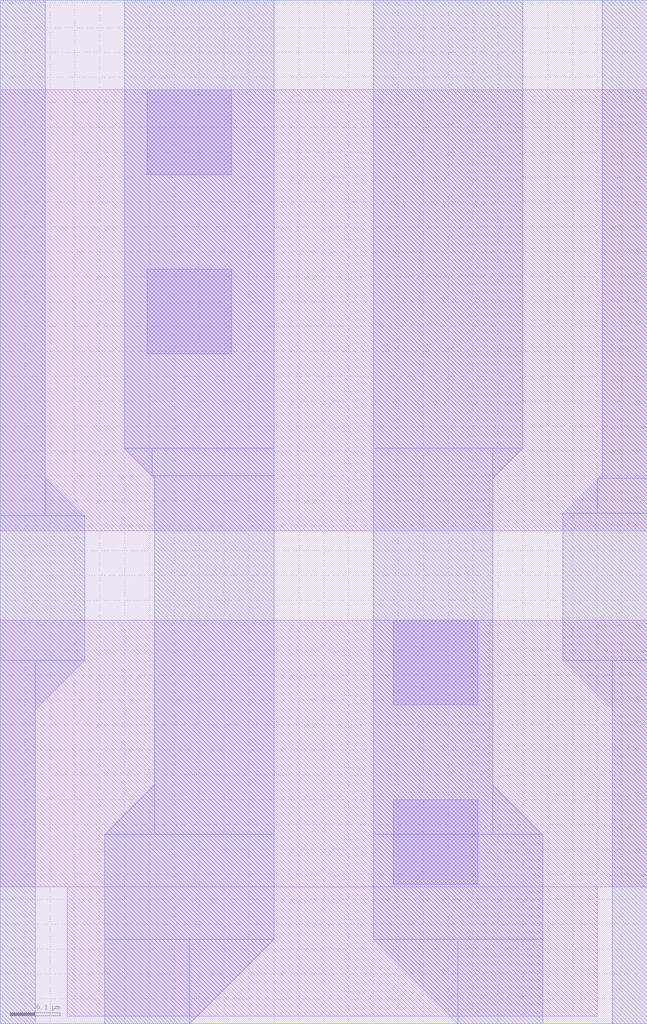
<source format=lef>
# Copyright 2020 The SkyWater PDK Authors
#
# Licensed under the Apache License, Version 2.0 (the "License");
# you may not use this file except in compliance with the License.
# You may obtain a copy of the License at
#
#     https://www.apache.org/licenses/LICENSE-2.0
#
# Unless required by applicable law or agreed to in writing, software
# distributed under the License is distributed on an "AS IS" BASIS,
# WITHOUT WARRANTIES OR CONDITIONS OF ANY KIND, either express or implied.
# See the License for the specific language governing permissions and
# limitations under the License.
#
# SPDX-License-Identifier: Apache-2.0

VERSION 5.7 ;
  NOWIREEXTENSIONATPIN ON ;
  DIVIDERCHAR "/" ;
  BUSBITCHARS "[]" ;
MACRO sky130_fd_bd_sram__sram_sp_colend_cent_ce
  CLASS BLOCK ;
  FOREIGN sky130_fd_bd_sram__sram_sp_colend_cent_ce ;
  ORIGIN  0.000000  0.000000 ;
  SIZE  1.300000 BY  2.055000 ;
  OBS
    LAYER li1 ;
      RECT 0.000000 0.275000 1.300000 0.810000 ;
      RECT 0.000000 0.990000 1.300000 1.875000 ;
      RECT 0.135000 0.015000 1.200000 0.275000 ;
    LAYER mcon ;
      RECT 0.295000 1.345000 0.465000 1.515000 ;
      RECT 0.295000 1.705000 0.465000 1.875000 ;
      RECT 0.790000 0.280000 0.960000 0.450000 ;
      RECT 0.790000 0.640000 0.960000 0.810000 ;
    LAYER met1 ;
      POLYGON 0.070000 0.730000 0.170000 0.730000 0.070000 0.630000 ;
      POLYGON 0.090000 1.100000 0.170000 1.020000 0.090000 1.020000 ;
      POLYGON 0.250000 1.155000 0.305000 1.155000 0.305000 1.100000 ;
      POLYGON 0.305000 1.100000 0.310000 1.100000 0.310000 1.095000 ;
      POLYGON 0.310000 0.480000 0.310000 0.380000 0.210000 0.380000 ;
      POLYGON 0.380000 0.170000 0.550000 0.170000 0.380000 0.000000 ;
      POLYGON 0.750000 0.170000 0.920000 0.170000 0.920000 0.000000 ;
      POLYGON 0.990000 0.480000 1.090000 0.380000 0.990000 0.380000 ;
      POLYGON 0.990000 1.155000 1.050000 1.155000 0.990000 1.095000 ;
      POLYGON 1.130000 0.730000 1.230000 0.730000 1.230000 0.630000 ;
      POLYGON 1.200000 1.095000 1.200000 1.025000 1.130000 1.025000 ;
      POLYGON 1.210000 1.105000 1.210000 1.095000 1.200000 1.095000 ;
      RECT 0.000000 0.000000 0.070000 0.730000 ;
      RECT 0.000000 0.730000 0.170000 1.020000 ;
      RECT 0.000000 1.020000 0.090000 2.055000 ;
      RECT 0.210000 0.000000 0.380000 0.170000 ;
      RECT 0.210000 0.170000 0.550000 0.380000 ;
      RECT 0.250000 1.155000 0.550000 2.055000 ;
      RECT 0.305000 1.100000 0.550000 1.155000 ;
      RECT 0.310000 0.380000 0.550000 1.100000 ;
      RECT 0.750000 0.170000 1.090000 0.380000 ;
      RECT 0.750000 0.380000 0.990000 1.155000 ;
      RECT 0.750000 1.155000 1.050000 2.055000 ;
      RECT 0.920000 0.000000 1.090000 0.170000 ;
      RECT 1.130000 0.730000 1.300000 1.025000 ;
      RECT 1.200000 1.025000 1.300000 1.095000 ;
      RECT 1.210000 1.095000 1.300000 2.055000 ;
      RECT 1.230000 0.000000 1.300000 0.730000 ;
    LAYER nwell ;
      RECT 0.000000 0.000000 1.300000 2.055000 ;
  END
END sky130_fd_bd_sram__sram_sp_colend_cent_ce
END LIBRARY

</source>
